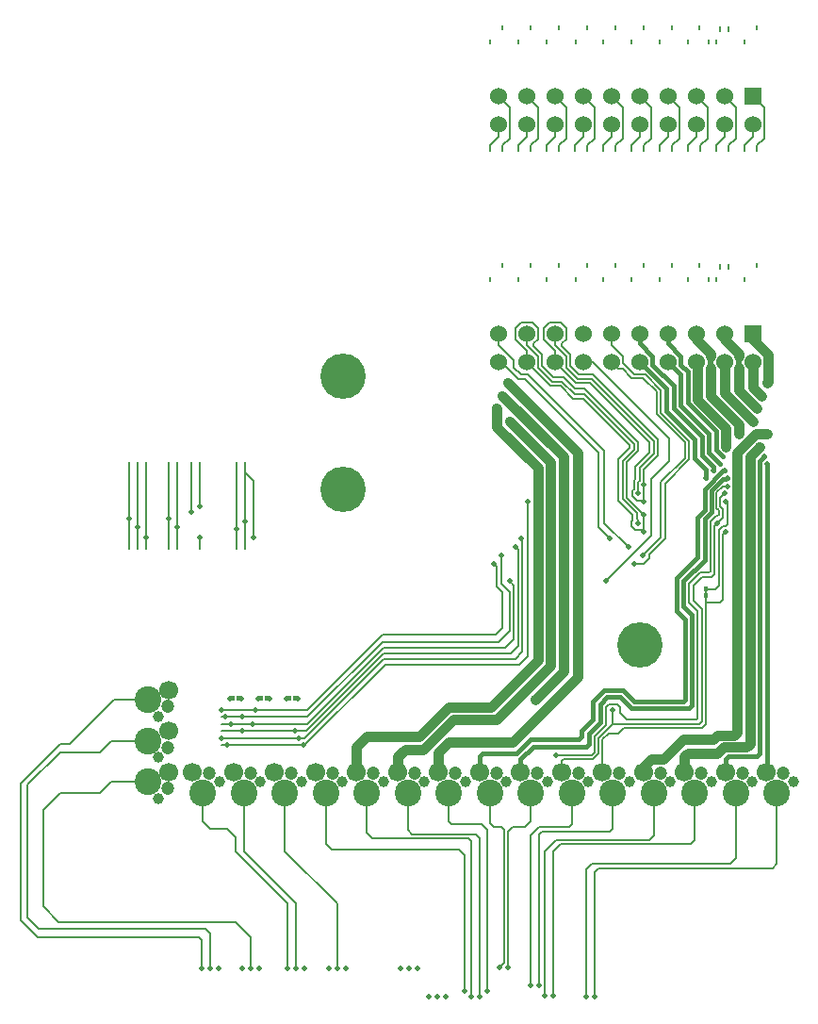
<source format=gbr>
G04 start of page 2 for group 0 idx 0 *
G04 Title: (unknown), P1_W1 *
G04 Creator: pcb 4.2.0 *
G04 CreationDate: Thu Sep 17 07:54:02 2020 UTC *
G04 For: commonadmin *
G04 Format: Gerber/RS-274X *
G04 PCB-Dimensions (mil): 3500.00 4250.00 *
G04 PCB-Coordinate-Origin: lower left *
%MOIN*%
%FSLAX25Y25*%
%LNTOP*%
%ADD29C,0.0380*%
%ADD28C,0.0295*%
%ADD27C,0.0492*%
%ADD26C,0.0787*%
%ADD25C,0.0197*%
%ADD24C,0.0100*%
%ADD23C,0.1181*%
%ADD22C,0.0250*%
%ADD21C,0.1600*%
%ADD20C,0.0600*%
%ADD19C,0.0001*%
%ADD18C,0.0472*%
%ADD17C,0.0669*%
%ADD16C,0.0945*%
%ADD15C,0.0394*%
%ADD14C,0.0150*%
%ADD13C,0.0200*%
%ADD12C,0.0350*%
%ADD11C,0.0060*%
G54D11*X252000Y320000D02*Y318500D01*
X222000Y320000D02*Y318500D01*
X259500D02*Y320000D01*
G54D12*X274000Y256500D02*X277500Y260000D01*
X265500D02*Y266500D01*
X256000Y276000D01*
X255500Y289500D02*Y276500D01*
X256500Y275500D01*
G54D11*X225000Y290000D02*X227500Y287500D01*
G54D12*X255000Y290000D02*X255500Y289500D01*
G54D11*X227500Y287500D02*X229000D01*
X232250Y284250D01*
X236250D01*
X241000Y279500D01*
Y271500D01*
X251000Y261500D01*
Y256000D01*
X242500Y247500D01*
G54D12*X250957Y144980D02*Y150457D01*
X252000Y151500D01*
X262500D01*
X264750Y153750D01*
X272750D02*X274000Y155000D01*
Y256500D01*
G54D11*X242500Y247500D02*Y228000D01*
X254500Y137500D02*Y121000D01*
X253000Y119500D01*
X207000D01*
X204500Y117000D01*
Y66000D02*Y117000D01*
G54D12*X264750Y153750D02*X272750D01*
G54D11*X68524Y159500D02*X68480Y159543D01*
X242500Y228000D02*X236000Y221500D01*
X186000D02*Y211500D01*
X189000Y208500D01*
Y195000D01*
X185000Y191000D01*
X144000D01*
X117500Y164500D01*
X87000D01*
X83000Y75500D02*Y88000D01*
X81500Y89500D01*
X61000Y156000D02*X48000D01*
X44000Y152000D02*X48000Y156000D01*
X57500Y224000D02*Y254500D01*
X30000Y152000D02*X44000D01*
X81500Y89500D02*X22500D01*
X18500Y93500D01*
Y140500D01*
X30000Y152000D01*
X252000Y404000D02*Y402500D01*
X259500D02*Y404000D01*
X222000D02*Y402500D01*
X255000Y374000D02*Y369500D01*
X252000Y366500D01*
Y364500D01*
X225000Y374000D02*Y369500D01*
X222000Y366500D01*
Y364500D01*
G54D12*X236457Y144980D02*Y146957D01*
X239000Y149500D01*
X243500D01*
X250500Y156500D01*
X261000D01*
X262500Y158000D01*
X268500D01*
X269500Y159000D01*
G54D11*X240000Y137500D02*Y122500D01*
X238500Y121000D01*
X205500D01*
X201500Y117000D01*
Y66001D02*X201499Y66000D01*
X201500Y117000D02*Y66001D01*
X144000Y193500D02*X184000D01*
X186500Y196000D01*
Y208500D01*
X184500Y210500D01*
Y217500D01*
X183500Y218500D01*
X144000Y193500D02*X117500Y167000D01*
X87000D01*
X61000Y170500D02*X49000D01*
X54500Y224000D02*Y254500D01*
X49000Y170500D02*X33500Y155000D01*
X30000D01*
X16000Y141000D01*
Y92500D01*
X22000Y86500D01*
X79000D01*
X80000Y85500D01*
Y75500D02*Y85500D01*
X256000Y325000D02*Y323500D01*
X226500Y325000D02*Y323500D01*
X229000Y292000D02*Y289500D01*
G54D12*X260000Y288000D02*Y278000D01*
G54D11*X225000Y300000D02*Y296000D01*
X229000Y292000D01*
Y289500D02*X233000Y285500D01*
X237000D01*
X242500Y280000D01*
Y272000D01*
G54D12*X255000Y300000D02*Y298000D01*
X260000Y293000D01*
Y292000D01*
G54D13*Y288000D01*
G54D12*X269500Y159000D02*Y258000D01*
X276000Y264500D01*
X280000D01*
X270000D02*Y268000D01*
G54D11*X242500Y272000D02*X252500Y262000D01*
Y255500D01*
G54D12*X270000Y268000D02*X260000Y278000D01*
G54D11*X252500Y255500D02*X244000Y247000D01*
Y227500D01*
X238500Y222000D01*
Y220500D01*
X236500Y218500D01*
X233000D01*
X263500Y324500D02*Y323000D01*
X255000Y384000D02*X259000Y380000D01*
Y369000D01*
X256500Y366500D01*
Y364500D01*
X256000Y409000D02*Y407500D01*
X226500Y409000D02*Y407500D01*
X263500Y408500D02*Y407000D01*
X225000Y384000D02*X229000Y380000D01*
Y369000D01*
X226500Y366500D01*
Y364500D01*
X242000Y320000D02*Y318500D01*
X212500Y320000D02*Y318500D01*
G54D14*X245000Y290000D02*X249500Y285500D01*
Y274500D01*
X259500Y264500D01*
G54D11*X215000Y290000D02*X218500D01*
G54D14*X259500Y264500D02*Y258000D01*
X263500Y254000D01*
G54D11*X218500Y290000D02*X245500Y263000D01*
X242000Y404000D02*Y402500D01*
X245000Y374000D02*Y369500D01*
X242000Y366500D01*
Y364500D01*
X212500Y404000D02*Y402500D01*
X215000Y374000D02*Y369500D01*
X212000Y366500D01*
Y364500D01*
X219000Y65500D02*Y109500D01*
G54D14*X280000Y145024D02*X279957Y144980D01*
X280000Y254000D02*Y145024D01*
G54D11*X220500Y111000D02*X282000D01*
X283500Y112500D01*
Y137500D01*
X220500Y111000D02*X219000Y109500D01*
X245500Y263000D02*Y255000D01*
X239000Y248500D01*
Y228500D01*
X223000Y212500D01*
X189000D02*X190500Y211000D01*
Y192000D01*
X187500Y189000D01*
X144500D01*
X117500Y162000D01*
X60500Y224000D02*Y254500D01*
X117500Y162000D02*X87000D01*
X61000Y141500D02*X48000D01*
X30000Y137500D02*X44000D01*
X48000Y141500D01*
X97500Y75500D02*Y86500D01*
X92000Y92000D01*
X29500D01*
X24000Y97500D01*
Y131500D01*
X30000Y137500D01*
X246500Y325000D02*Y323500D01*
G54D14*X245000Y300000D02*Y296500D01*
X249500Y292000D01*
G54D11*X216500Y325000D02*Y323500D01*
G54D14*X277500Y255000D02*X279000Y256500D01*
X262000Y259000D02*X264500Y256500D01*
X249500Y292000D02*Y289000D01*
X252000Y286500D01*
Y275500D01*
X262000Y265500D01*
Y259000D01*
G54D11*X246500Y409000D02*Y407500D01*
X216500Y409000D02*Y407500D01*
X215000Y384000D02*X219000Y380000D01*
Y369000D01*
X216500Y366500D01*
Y364500D01*
X245000Y384000D02*X249000Y380000D01*
Y369000D01*
X246500Y366500D01*
Y364500D01*
G54D14*X265457Y144980D02*Y149457D01*
X266500Y150500D01*
X276500D01*
G54D11*X269000Y137500D02*Y114500D01*
G54D14*X276500Y150500D02*X277500Y151500D01*
Y255000D01*
G54D11*X269000Y114500D02*X267000Y112500D01*
X218000D01*
X216000Y110500D01*
Y65500D01*
X232000Y320000D02*Y318500D01*
X182000Y320000D02*Y318500D01*
G54D14*X235000Y290000D02*X244500Y280500D01*
Y272500D01*
X254500Y262500D01*
Y256000D01*
X265500Y248500D02*X266000Y249000D01*
G54D11*X262000Y320000D02*Y318500D01*
G54D12*X265000Y290000D02*Y279000D01*
X275000Y269000D01*
G54D11*X232000Y404000D02*Y402500D01*
X235000Y374000D02*Y369500D01*
X232000Y366500D01*
Y364500D01*
X182000Y404000D02*Y402500D01*
X185000Y374000D02*Y369500D01*
X182000Y366500D01*
Y364500D01*
X262000Y404000D02*Y402500D01*
X265000Y374000D02*Y369500D01*
X262000Y366500D01*
Y364500D01*
X144500Y185000D02*X116500Y157000D01*
X87000D01*
X95000Y137500D02*Y117000D01*
X71500Y224000D02*Y254500D01*
X113500Y75500D02*Y98500D01*
X95000Y117000D01*
G54D14*X192957Y144980D02*Y149457D01*
X197500Y154000D01*
X216000D01*
G54D11*X196500Y137500D02*Y127500D01*
X194500Y125500D01*
X190000D01*
G54D14*X253500Y168500D02*Y200500D01*
X250500Y203500D01*
G54D11*X191000Y185000D02*X193500Y187500D01*
G54D12*X184500Y163500D02*X203500Y182500D01*
G54D14*X252500Y167500D02*X253500Y168500D01*
X252500Y167500D02*X232000D01*
X228000Y171500D01*
X223500D01*
X221000Y169000D01*
Y162500D01*
X217000Y158500D01*
Y155000D01*
X216000Y154000D01*
X250500Y203500D02*Y212500D01*
X258000Y220000D01*
G54D11*X193500Y187500D02*Y227000D01*
X193000Y227500D01*
G54D12*X203500Y182500D02*Y254500D01*
G54D14*X258000Y220000D02*Y234500D01*
X260500Y237000D01*
Y244500D01*
X264500Y248500D01*
X265500D01*
X254500Y256000D02*X258500Y252000D01*
Y249000D01*
G54D11*X220500Y258000D02*Y231500D01*
X224500Y227500D01*
X185000Y290000D02*X186000D01*
X192000Y284000D01*
X194500D01*
X220500Y258000D01*
G54D12*X203500Y254500D02*X189000Y269000D01*
G54D11*X144500Y185000D02*X191000D01*
G54D12*X149457Y150457D02*X152000Y153000D01*
X158500D01*
X169000Y163500D01*
X184500D01*
X149457Y144980D02*Y150457D01*
G54D11*X153000Y137500D02*Y124500D01*
X154500Y123000D01*
X177000D01*
X178500Y121500D01*
X190000Y125500D02*X188500Y124000D01*
Y76000D01*
X178500Y121500D02*Y65500D01*
G54D14*X178457Y144980D02*Y150457D01*
X179500Y151500D01*
G54D11*X182000Y137500D02*Y127000D01*
X183500Y125500D01*
X186000D01*
X187000Y124500D01*
G54D14*X179500Y151500D02*X191500D01*
G54D11*X144500Y187000D02*X189500D01*
G54D12*X134957Y144980D02*Y153957D01*
X138500Y157500D01*
X157000D01*
X167500Y168000D01*
X182500D01*
G54D11*X140500Y121500D02*X174500D01*
X175500Y120500D01*
X187000Y124500D02*Y77500D01*
X185500Y76000D01*
X175500Y120500D02*Y65500D01*
X110500Y75500D02*Y98500D01*
G54D14*X191500Y151500D02*X196500Y156500D01*
X213500D01*
G54D11*X189500Y187000D02*X192000Y189500D01*
G54D14*X213500Y156500D02*X214500Y157500D01*
Y159500D01*
X218500Y163500D01*
Y170000D01*
X222500Y174000D01*
G54D12*X182500Y168000D02*X199000Y184500D01*
G54D11*X144500Y187000D02*X117000Y159500D01*
X87000D01*
X138500Y137500D02*Y123500D01*
X140500Y121500D01*
X80500Y137500D02*Y127500D01*
X83000Y125000D01*
X89000D01*
X92000Y122000D01*
Y117000D01*
X68500Y224000D02*Y254500D01*
X110500Y98500D02*X92000Y117000D01*
X236500Y325000D02*Y323500D01*
G54D14*X235000Y300000D02*Y296500D01*
X239500Y292000D01*
Y289000D01*
G54D11*X266500Y324500D02*Y323000D01*
G54D12*X265000Y300000D02*Y298000D01*
X270000Y293000D01*
Y292000D01*
G54D13*Y288000D01*
G54D12*Y280000D01*
X276500Y273500D01*
G54D11*X236500Y409000D02*Y407500D01*
X235000Y384000D02*X239000Y380000D01*
Y369000D01*
X236500Y366500D01*
Y364500D01*
X266500Y408500D02*Y407000D01*
X265000Y384000D02*X269000Y380000D01*
Y369000D01*
X266500Y366500D01*
Y364500D01*
G54D14*X257000Y263500D02*Y257000D01*
X255500Y221000D02*Y235000D01*
X258000Y237500D01*
Y245000D01*
X264500Y251500D01*
X265000D01*
X257000Y257000D02*X261000Y253000D01*
Y251500D01*
G54D11*X222500Y258500D02*Y233000D01*
X231000Y224500D01*
X192000Y223500D02*X191000Y224500D01*
G54D12*X199000Y252500D02*X184500Y267000D01*
G54D11*X192000Y189500D02*Y223500D01*
G54D14*X250500Y170000D02*X251000Y170500D01*
Y199000D01*
X248000Y202000D01*
Y213500D01*
X255500Y221000D01*
X222500Y174000D02*X229000D01*
X233000Y170000D01*
X250500D01*
G54D12*X199000Y184500D02*Y252500D01*
G54D14*X239500Y289000D02*X247000Y281500D01*
Y273500D01*
X257000Y263500D01*
G54D11*X195500Y285500D02*X222500Y258500D01*
X186500Y325000D02*Y323500D01*
X185000Y300000D02*Y296000D01*
X190500Y290500D01*
Y288000D01*
X193000Y285500D01*
X195500D01*
G54D12*X184500Y267000D02*Y273500D01*
G54D11*X186500Y409000D02*Y407500D01*
X185000Y384000D02*X189000Y380000D01*
Y369000D01*
X186500Y366500D01*
Y364500D01*
X218000Y151000D02*X205500D01*
X116500Y154500D02*X87000D01*
X195500Y186000D02*X192500Y183000D01*
X145000D01*
X116500Y154500D01*
G54D12*X198000Y170500D02*X208000Y180500D01*
G54D11*X225500Y137500D02*Y125000D01*
X224500Y124000D01*
X200500D02*X199500Y123000D01*
X224500Y124000D02*X200500D01*
X124000Y137500D02*Y119500D01*
X109500Y137500D02*Y117000D01*
X128000Y75500D02*Y98500D01*
X109500Y117000D01*
X124000Y119500D02*X126000Y117500D01*
X171000D01*
X173000Y115500D02*X171000Y117500D01*
X258500Y162000D02*Y209681D01*
X255500Y164000D02*Y202000D01*
X252500Y205000D01*
Y211500D01*
X256500Y215500D01*
X258500Y205000D02*X263500D01*
X264500Y206000D01*
X258500Y209681D02*X261681D01*
X263000Y211000D01*
Y230500D01*
X264500Y206000D02*Y229000D01*
X265500Y230000D01*
X256500Y215500D02*X259500D01*
X260000Y216000D01*
X263000Y230500D02*X264500Y232000D01*
X265500D01*
X266000Y232500D01*
X260000Y216000D02*Y233500D01*
X266000Y232500D02*Y240000D01*
X265500Y240500D01*
X260000Y233500D02*X262000Y235500D01*
X262500D01*
X263000Y236000D01*
Y237500D01*
X262250Y238250D01*
Y243750D01*
X95500Y224000D02*Y254500D01*
X79500Y239000D02*Y254500D01*
X98500Y228000D02*Y248000D01*
X95500Y251000D01*
X79500Y228000D02*Y224000D01*
X262250Y243750D02*X264500Y246000D01*
X266000D01*
X230500Y242000D02*X236500Y236000D01*
X227500Y241000D02*X232500Y236000D01*
X236500D02*Y230000D01*
X232500Y236000D02*Y234000D01*
X232000Y233500D01*
Y232000D01*
X233500Y230500D01*
X236000D01*
X236500Y230000D01*
X195500Y186000D02*Y240500D01*
X199500Y123000D02*Y69500D01*
X173000Y115500D02*Y67500D01*
G54D12*X208000Y180500D02*Y256500D01*
G54D11*X222000Y145024D02*X221957Y144980D01*
X219000Y157500D02*Y152000D01*
X218000Y151000D01*
X221957Y144980D02*Y156457D01*
X258500Y162000D02*X257000Y160500D01*
X255500Y164000D02*X255000Y163500D01*
X229500Y160500D02*X257000D01*
X230500Y163500D02*X255000D01*
X221957Y156457D02*X224000Y158500D01*
X227500D01*
X229500Y160500D01*
X219000Y157500D02*X223000Y161500D01*
X230500Y163500D02*X228000Y166000D01*
Y168000D01*
X227000Y169000D01*
X224000D01*
X223000Y168000D01*
Y161500D01*
X202000Y320000D02*Y318500D01*
X192000Y320000D02*Y318500D01*
X272000Y320000D02*Y318500D01*
X195000Y294000D02*X191000Y298000D01*
Y302000D01*
X193000Y304000D01*
X197000D01*
X199000Y302000D01*
Y298000D01*
X197500Y296500D01*
Y295500D01*
X200500Y292500D01*
X195000Y290000D02*Y294000D01*
G54D12*X275000Y290000D02*Y281000D01*
X278000Y278000D01*
G54D11*X205000Y294000D02*X201000Y298000D01*
Y302000D01*
X205000Y294000D02*Y290000D01*
X200500Y288500D02*X204500Y284500D01*
X201000Y302000D02*X203000Y304000D01*
X207000D01*
X209000Y302000D01*
Y298000D01*
X207500Y296500D01*
Y295500D01*
X210500Y292500D01*
Y288500D01*
X205000Y290000D02*X212500Y282500D01*
X204500Y284500D02*X208000D01*
X212000Y280500D01*
X203500Y281500D02*X207000D01*
X211500Y277000D01*
X200500Y292500D02*Y288500D01*
X195000Y290000D02*X203500Y281500D01*
G54D12*X208000Y256500D02*X186500Y278000D01*
G54D11*X210500Y288500D02*X213500Y285500D01*
X218500D01*
X241500Y262500D01*
X212500Y282500D02*X217500D01*
X212000Y280500D02*X215500D01*
X211500Y277000D02*X215000D01*
X217500Y282500D02*X238500Y261500D01*
X215500Y280500D02*X234500Y261500D01*
X215000Y277000D02*X231500Y260500D01*
X241500Y262500D02*Y257000D01*
X236500Y252000D01*
Y240500D01*
X238500Y261500D02*Y258000D01*
X233500Y253000D01*
X234500Y258500D02*X230500Y254500D01*
X231500Y259500D02*X227500Y255500D01*
X233500Y253000D02*Y248500D01*
X233000Y248000D01*
Y245000D01*
X232500Y244500D01*
X230500Y254500D02*Y242000D01*
X227500Y255500D02*Y241000D01*
X232500Y244500D02*Y242500D01*
X234000Y241000D01*
X236000D01*
X236500Y240500D01*
X234500Y261500D02*Y258500D01*
X231500Y260500D02*Y259500D01*
X272000Y404000D02*Y402500D01*
X275000Y374000D02*Y369500D01*
X272000Y366500D01*
Y364500D01*
X202000Y404000D02*Y402500D01*
X192000Y404000D02*Y402500D01*
X205000Y374000D02*Y369500D01*
X195000Y374000D02*Y369500D01*
X205000D02*X202000Y366500D01*
Y364500D01*
X195000Y369500D02*X192000Y366500D01*
Y364500D01*
X207457Y144980D02*Y148957D01*
G54D12*X167500Y155500D02*X190000D01*
G54D11*X207457Y148957D02*X208000Y149500D01*
G54D12*X190000Y155500D02*X213000Y178500D01*
X163957Y144980D02*Y151957D01*
X167500Y155500D01*
G54D11*Y137500D02*Y127500D01*
X168500Y126500D01*
X179000D01*
X181000Y124500D01*
Y67500D01*
X210000Y125500D02*X199500D01*
X196500Y122500D01*
Y69500D01*
X211000Y126500D02*X210000Y125500D01*
X211000Y137500D02*Y126500D01*
X240000Y262000D02*Y257500D01*
X235000Y252500D01*
X233000Y261000D02*Y259000D01*
X235000Y252500D02*Y248000D01*
X234500Y247500D01*
X233000Y259000D02*X229000Y255000D01*
Y241500D01*
X234500Y247500D02*Y243500D01*
X229000Y241500D02*X234000Y236500D01*
X234500Y233000D02*Y234000D01*
X234000Y234500D01*
Y236500D01*
G54D12*X213000Y178500D02*Y258000D01*
G54D11*X92500Y224000D02*Y254500D01*
X76500Y237000D02*Y254500D01*
X208000Y149500D02*X218500D01*
X220500Y151500D01*
Y157000D01*
X225500Y162000D01*
X256000D01*
X225500D02*X225000Y161500D01*
X225500Y162000D02*Y167000D01*
X206500Y325000D02*Y323500D01*
X205000Y300000D02*Y296000D01*
X209000Y292000D01*
X196500Y325000D02*Y323500D01*
X195000Y300000D02*Y296000D01*
X199000Y292000D01*
X209000D02*Y288000D01*
X199000Y292000D02*Y288000D01*
X204000Y283000D01*
X207500D01*
X276500Y325000D02*Y323500D01*
G54D12*X275000Y300000D02*Y298000D01*
X280500Y292500D01*
Y283000D01*
X280000Y282500D01*
G54D11*X256000Y162000D02*X257000Y163000D01*
Y202500D01*
X254000Y205500D01*
Y211000D01*
X257000Y214000D01*
X260500D01*
X261500Y215000D01*
Y232000D01*
X264500Y235000D01*
Y238000D01*
X276500Y409000D02*Y407500D01*
X275000Y384000D02*X279000Y380000D01*
Y369000D01*
X276500Y366500D01*
Y364500D01*
X264500Y238000D02*X263500Y239000D01*
Y242000D01*
X265000Y243500D01*
X209000Y288000D02*X213000Y284000D01*
X207500Y283000D02*X212000Y278500D01*
X215500D01*
X213000Y284000D02*X218000D01*
X240000Y262000D01*
X215500Y278500D02*X233000Y261000D01*
G54D12*X213000Y258000D02*X188500Y282500D01*
G54D11*X206500Y409000D02*Y407500D01*
X196500Y409000D02*Y407500D01*
X205000Y384000D02*X209000Y380000D01*
Y369000D01*
X195000Y384000D02*X199000Y380000D01*
X209000Y369000D02*X206500Y366500D01*
Y364500D01*
X199000Y380000D02*Y369000D01*
X196500Y366500D01*
Y364500D01*
G54D15*X231406Y141437D03*
G54D16*X240000Y137500D03*
G54D17*X236457Y144980D03*
G54D18*X242362Y144587D03*
G54D16*X225500Y137500D03*
G54D17*X221957Y144980D03*
G54D18*X227862Y144587D03*
G54D15*X245906Y141437D03*
X187906D03*
G54D17*X192957Y144980D03*
G54D18*X198862Y144587D03*
G54D16*X196500Y137500D03*
X211000D03*
G54D15*X202406Y141437D03*
G54D17*X207457Y144980D03*
G54D18*X213362Y144587D03*
G54D15*X216906Y141437D03*
G54D16*X254500Y137500D03*
X269000D03*
X283500D03*
G54D17*X250957Y144980D03*
G54D18*X256862Y144587D03*
G54D15*X260406Y141437D03*
G54D17*X265457Y144980D03*
G54D18*X271362Y144587D03*
G54D15*X274906Y141437D03*
G54D17*X279957Y144980D03*
G54D18*X285862Y144587D03*
G54D15*X289406Y141437D03*
G54D13*X201499Y66000D03*
X181000Y67500D03*
X204500Y66000D03*
X216000Y65500D03*
X219000D03*
X196500Y69500D03*
X199500D03*
X185500Y76000D03*
X188500D03*
X173000Y67500D03*
X175500Y65500D03*
X178500D03*
X160500D03*
X163500D03*
X166500D03*
X153500Y75500D03*
X156500D03*
X150500D03*
X86000D03*
X83000D03*
X80000D03*
X100500D03*
X97500D03*
X94500D03*
X116500D03*
X113500D03*
X110500D03*
X131000D03*
X128000D03*
X125000D03*
G54D16*X80500Y137500D03*
X95000D03*
X109500D03*
G54D17*X76957Y144980D03*
G54D18*X82862Y144587D03*
G54D15*X86406Y141437D03*
G54D17*X91457Y144980D03*
G54D18*X97362Y144587D03*
G54D15*X100906Y141437D03*
G54D17*X105957Y144980D03*
G54D18*X111862Y144587D03*
G54D16*X61000Y141500D03*
G54D15*X64937Y135594D03*
G54D16*X61000Y170500D03*
G54D15*X64937Y164594D03*
G54D16*X61000Y156000D03*
G54D15*X64937Y150094D03*
G54D17*X68480Y145043D03*
G54D18*X68087Y139138D03*
G54D17*X68480Y174043D03*
G54D18*X68087Y168138D03*
G54D17*X68480Y159543D03*
G54D18*X68087Y153638D03*
G54D15*X115406Y141437D03*
G54D17*X120457Y144980D03*
G54D18*X126362Y144587D03*
G54D16*X124000Y137500D03*
X138500D03*
G54D15*X129906Y141437D03*
G54D17*X134957Y144980D03*
G54D18*X140862Y144587D03*
G54D15*X144406Y141437D03*
G54D16*X153000Y137500D03*
X167500D03*
X182000D03*
G54D17*X149457Y144980D03*
G54D18*X155362Y144587D03*
G54D15*X158906Y141437D03*
G54D17*X163957Y144980D03*
G54D18*X169862Y144587D03*
G54D15*X173406Y141437D03*
G54D17*X178457Y144980D03*
G54D18*X184362Y144587D03*
G54D19*G36*
X272000Y303000D02*Y297000D01*
X278000D01*
Y303000D01*
X272000D01*
G37*
G54D20*X275000Y290000D03*
X265000Y300000D03*
Y290000D03*
X255000Y300000D03*
Y290000D03*
X245000Y300000D03*
Y290000D03*
X235000Y300000D03*
Y290000D03*
X225000Y300000D03*
X215000D03*
X205000D03*
X195000D03*
X185000D03*
X225000Y290000D03*
X215000D03*
X205000D03*
X195000D03*
X185000D03*
G54D19*G36*
X272000Y387000D02*Y381000D01*
X278000D01*
Y387000D01*
X272000D01*
G37*
G54D20*X275000Y374000D03*
X265000Y384000D03*
Y374000D03*
X255000Y384000D03*
Y374000D03*
X245000Y384000D03*
Y374000D03*
X235000D03*
X225000D03*
X235000Y384000D03*
X225000D03*
X215000D03*
X205000D03*
X195000D03*
X185000D03*
X215000Y374000D03*
X205000D03*
X195000D03*
X185000D03*
G54D19*G36*
X90213Y171787D02*Y170213D01*
X91787D01*
Y171787D01*
X90213D01*
G37*
G36*
X92575D02*Y170213D01*
X94149D01*
Y171787D01*
X92575D01*
G37*
G36*
X110213D02*Y170213D01*
X111787D01*
Y171787D01*
X110213D01*
G37*
G36*
X112575D02*Y170213D01*
X114149D01*
Y171787D01*
X112575D01*
G37*
G36*
X100213D02*Y170213D01*
X101787D01*
Y171787D01*
X100213D01*
G37*
G36*
X102575D02*Y170213D01*
X104149D01*
Y171787D01*
X102575D01*
G37*
G36*
X257713Y208106D02*Y206532D01*
X259287D01*
Y208106D01*
X257713D01*
G37*
G36*
Y210468D02*Y208894D01*
X259287D01*
Y210468D01*
X257713D01*
G37*
G54D12*X275000Y269000D03*
X276500Y273500D03*
X278000Y278000D03*
X280000Y282500D03*
Y264500D03*
X270000D03*
X188500Y282500D03*
X186500Y278000D03*
G54D21*X130000Y285000D03*
G54D12*X189000Y269000D03*
X184500Y273500D03*
G54D13*X223000Y212500D03*
X224500Y227500D03*
X205500Y151000D03*
X225500Y167000D03*
G54D12*X198000Y170500D03*
G54D13*X236000Y221500D03*
X193000Y227500D03*
X191000Y224500D03*
X189000Y212500D03*
X186000Y221500D03*
X183500Y218500D03*
X233000D03*
X231000Y224500D03*
G54D21*X235000Y190000D03*
G54D13*X236500Y246500D03*
Y240500D03*
Y236000D03*
Y230000D03*
X234500Y233000D03*
Y243500D03*
X195500Y240500D03*
X116000Y154500D03*
X114500Y157000D03*
X113000Y159500D03*
X100200Y171000D03*
X104200D03*
X110200D03*
X114200D03*
G54D21*X130000Y245000D03*
G54D13*X280000Y254000D03*
X279000Y256500D03*
G54D12*X277500Y260000D03*
G54D13*X265500Y230000D03*
X262500Y233000D03*
X265500Y240500D03*
X265000Y243500D03*
X266000Y246000D03*
Y249000D03*
X265000Y251500D03*
X261000D03*
X258500Y249000D03*
G54D12*X265500Y260000D03*
G54D13*X263500Y254000D03*
X264500Y256500D03*
X88500Y164500D03*
X94500D03*
X99000Y167000D03*
X87000D03*
Y157000D03*
X90200Y171000D03*
X94200D03*
X90500Y162000D03*
X94500Y159500D03*
X98000Y162000D03*
X89000Y154500D03*
X79500Y239000D03*
X76500Y237000D03*
X95500Y233500D03*
X92500Y231000D03*
X79500Y228000D03*
X98500D03*
X60500D03*
X71500Y231500D03*
X57500D03*
X54500Y234500D03*
X68500D03*
G54D22*G54D23*G54D22*G54D24*G54D22*G54D24*G54D23*G54D24*G54D23*G54D24*G54D22*G54D24*G54D22*G54D24*G54D25*G54D26*G54D27*G54D28*G54D26*G54D27*G54D28*G54D25*G54D27*G54D28*G54D26*G54D25*G54D27*G54D28*G54D25*G54D26*G54D27*G54D28*G54D25*G54D27*G54D28*G54D25*G54D27*G54D28*G54D25*G54D24*G54D26*G54D27*G54D28*G54D25*G54D27*G54D28*G54D25*G54D27*G54D28*G54D26*G54D25*G54D26*G54D25*G54D26*G54D25*G54D27*G54D28*G54D27*G54D28*G54D27*G54D28*G54D25*G54D27*G54D28*G54D26*G54D25*G54D27*G54D28*G54D25*G54D26*G54D27*G54D28*G54D25*G54D27*G54D28*G54D25*G54D27*G54D28*G54D29*M02*

</source>
